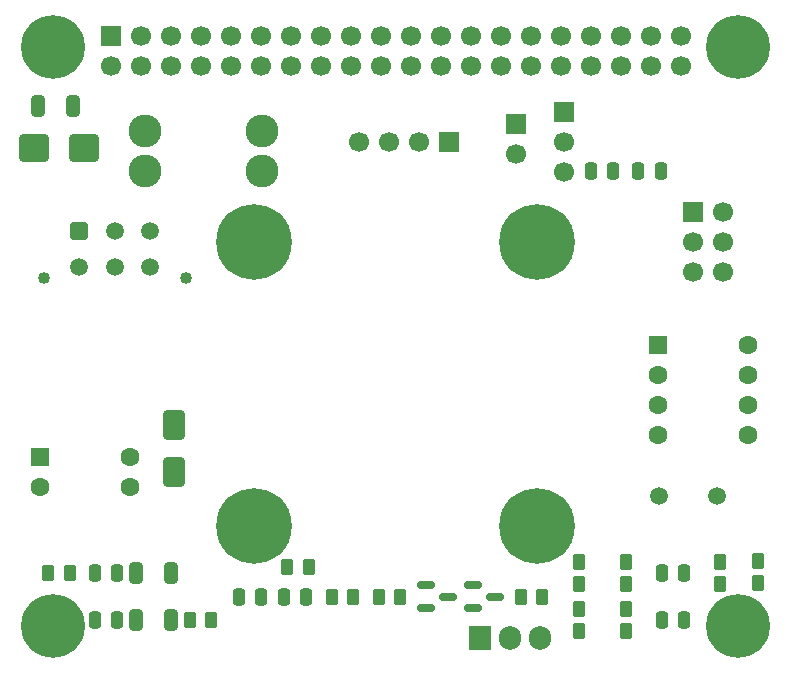
<source format=gbs>
%TF.GenerationSoftware,KiCad,Pcbnew,9.0.7*%
%TF.CreationDate,2026-02-04T17:23:19-06:00*%
%TF.ProjectId,power-hat,706f7765-722d-4686-9174-2e6b69636164,rev?*%
%TF.SameCoordinates,Original*%
%TF.FileFunction,Soldermask,Bot*%
%TF.FilePolarity,Negative*%
%FSLAX46Y46*%
G04 Gerber Fmt 4.6, Leading zero omitted, Abs format (unit mm)*
G04 Created by KiCad (PCBNEW 9.0.7) date 2026-02-04 17:23:19*
%MOMM*%
%LPD*%
G01*
G04 APERTURE LIST*
G04 Aperture macros list*
%AMRoundRect*
0 Rectangle with rounded corners*
0 $1 Rounding radius*
0 $2 $3 $4 $5 $6 $7 $8 $9 X,Y pos of 4 corners*
0 Add a 4 corners polygon primitive as box body*
4,1,4,$2,$3,$4,$5,$6,$7,$8,$9,$2,$3,0*
0 Add four circle primitives for the rounded corners*
1,1,$1+$1,$2,$3*
1,1,$1+$1,$4,$5*
1,1,$1+$1,$6,$7*
1,1,$1+$1,$8,$9*
0 Add four rect primitives between the rounded corners*
20,1,$1+$1,$2,$3,$4,$5,0*
20,1,$1+$1,$4,$5,$6,$7,0*
20,1,$1+$1,$6,$7,$8,$9,0*
20,1,$1+$1,$8,$9,$2,$3,0*%
G04 Aperture macros list end*
%ADD10C,5.400000*%
%ADD11R,1.700000X1.700000*%
%ADD12C,1.700000*%
%ADD13C,6.400000*%
%ADD14C,1.500000*%
%ADD15C,2.780000*%
%ADD16R,1.905000X2.000000*%
%ADD17O,1.905000X2.000000*%
%ADD18RoundRect,0.250000X-0.550000X-0.550000X0.550000X-0.550000X0.550000X0.550000X-0.550000X0.550000X0*%
%ADD19C,1.600000*%
%ADD20C,1.020000*%
%ADD21RoundRect,0.250001X-0.499999X-0.499999X0.499999X-0.499999X0.499999X0.499999X-0.499999X0.499999X0*%
%ADD22RoundRect,0.250000X-0.650000X1.000000X-0.650000X-1.000000X0.650000X-1.000000X0.650000X1.000000X0*%
%ADD23RoundRect,0.250000X-0.262500X-0.450000X0.262500X-0.450000X0.262500X0.450000X-0.262500X0.450000X0*%
%ADD24RoundRect,0.250000X-0.250000X-0.475000X0.250000X-0.475000X0.250000X0.475000X-0.250000X0.475000X0*%
%ADD25RoundRect,0.250000X-0.325000X-0.650000X0.325000X-0.650000X0.325000X0.650000X-0.325000X0.650000X0*%
%ADD26RoundRect,0.250000X-1.000000X-0.900000X1.000000X-0.900000X1.000000X0.900000X-1.000000X0.900000X0*%
%ADD27RoundRect,0.150000X-0.587500X-0.150000X0.587500X-0.150000X0.587500X0.150000X-0.587500X0.150000X0*%
G04 APERTURE END LIST*
D10*
%TO.C,H1*%
X99280000Y-57500000D03*
%TD*%
%TO.C,H2*%
X157280000Y-57500000D03*
%TD*%
D11*
%TO.C,J3*%
X153500000Y-71420000D03*
D12*
X156040000Y-71420000D03*
X153500000Y-73960000D03*
X156040000Y-73960000D03*
X153500000Y-76500000D03*
X156040000Y-76500000D03*
%TD*%
D10*
%TO.C,H3*%
X99280000Y-106500000D03*
%TD*%
D11*
%TO.C,JP1*%
X138500000Y-64000000D03*
D12*
X138500000Y-66540000D03*
%TD*%
D10*
%TO.C,H4*%
X157280000Y-106500000D03*
%TD*%
D13*
%TO.C,FH1*%
X116280000Y-74000000D03*
%TD*%
D14*
%TO.C,Y1*%
X150620000Y-95500000D03*
X155500000Y-95500000D03*
%TD*%
D13*
%TO.C,FH2*%
X140280000Y-74000000D03*
%TD*%
D15*
%TO.C,F1*%
X107040000Y-64600000D03*
X107040000Y-68000000D03*
X116960000Y-64600000D03*
X116960000Y-68000000D03*
%TD*%
D11*
%TO.C,J2*%
X104209500Y-56567700D03*
D12*
X104209500Y-59107700D03*
X106749500Y-56567700D03*
X106749500Y-59107700D03*
X109289500Y-56567700D03*
X109289500Y-59107700D03*
X111829500Y-56567700D03*
X111829500Y-59107700D03*
X114369500Y-56567700D03*
X114369500Y-59107700D03*
X116909500Y-56567700D03*
X116909500Y-59107700D03*
X119449500Y-56567700D03*
X119449500Y-59107700D03*
X121989500Y-56567700D03*
X121989500Y-59107700D03*
X124529500Y-56567700D03*
X124529500Y-59107700D03*
X127069500Y-56567700D03*
X127069500Y-59107700D03*
X129609500Y-56567700D03*
X129609500Y-59107700D03*
X132149500Y-56567700D03*
X132149500Y-59107700D03*
X134689500Y-56567700D03*
X134689500Y-59107700D03*
X137229500Y-56567700D03*
X137229500Y-59107700D03*
X139769500Y-56567700D03*
X139769500Y-59107700D03*
X142309500Y-56567700D03*
X142309500Y-59107700D03*
X144849500Y-56567700D03*
X144849500Y-59107700D03*
X147389500Y-56567700D03*
X147389500Y-59107700D03*
X149929500Y-56567700D03*
X149929500Y-59107700D03*
X152469500Y-56567700D03*
X152469500Y-59107700D03*
%TD*%
D13*
%TO.C,FH3*%
X116280000Y-98000000D03*
%TD*%
%TO.C,FH4*%
X140280000Y-98000000D03*
%TD*%
D11*
%TO.C,JP2*%
X142500000Y-63000000D03*
D12*
X142500000Y-65540000D03*
X142500000Y-68080000D03*
%TD*%
D16*
%TO.C,Q1*%
X135420000Y-107500000D03*
D17*
X137960000Y-107500000D03*
X140500000Y-107500000D03*
%TD*%
D11*
%TO.C,J4*%
X132810000Y-65500000D03*
D12*
X130270000Y-65500000D03*
X127730000Y-65500000D03*
X125190000Y-65500000D03*
%TD*%
D18*
%TO.C,U3*%
X150500000Y-82690000D03*
D19*
X150500000Y-85230000D03*
X150500000Y-87770000D03*
X150500000Y-90310000D03*
X158120000Y-90310000D03*
X158120000Y-87770000D03*
X158120000Y-85230000D03*
X158120000Y-82690000D03*
%TD*%
D20*
%TO.C,J1*%
X98500000Y-77000000D03*
X110500000Y-77000000D03*
D21*
X101500000Y-73060000D03*
D14*
X104500000Y-73060000D03*
X107500000Y-73060000D03*
X101500000Y-76060000D03*
X104500000Y-76060000D03*
X107500000Y-76060000D03*
%TD*%
D18*
%TO.C,U2*%
X98195000Y-92225000D03*
D19*
X98195000Y-94765000D03*
X105815000Y-94765000D03*
X105815000Y-92225000D03*
%TD*%
D22*
%TO.C,D2*%
X109500000Y-89500000D03*
X109500000Y-93500000D03*
%TD*%
D23*
%TO.C,R2*%
X147780000Y-106912500D03*
X147780000Y-105087500D03*
%TD*%
%TO.C,R3*%
X110867500Y-106000000D03*
X112692500Y-106000000D03*
%TD*%
D24*
%TO.C,C1*%
X102830000Y-106000000D03*
X104730000Y-106000000D03*
%TD*%
D25*
%TO.C,C9*%
X98000000Y-62500000D03*
X100950000Y-62500000D03*
%TD*%
D24*
%TO.C,C4*%
X148830000Y-68000000D03*
X150730000Y-68000000D03*
%TD*%
%TO.C,C_BOOT1*%
X102830000Y-102000000D03*
X104730000Y-102000000D03*
%TD*%
D23*
%TO.C,R1*%
X147780000Y-102912500D03*
X147780000Y-101087500D03*
%TD*%
D26*
%TO.C,D1*%
X97630000Y-66000000D03*
X101930000Y-66000000D03*
%TD*%
D23*
%TO.C,R5*%
X143780000Y-106912500D03*
X143780000Y-105087500D03*
%TD*%
D24*
%TO.C,C5*%
X150830000Y-102000000D03*
X152730000Y-102000000D03*
%TD*%
D25*
%TO.C,C2*%
X106305000Y-106000000D03*
X109255000Y-106000000D03*
%TD*%
D23*
%TO.C,R7*%
X159000000Y-102825000D03*
X159000000Y-101000000D03*
%TD*%
%TO.C,R9*%
X126867500Y-104000000D03*
X128692500Y-104000000D03*
%TD*%
D27*
%TO.C,Q3*%
X134842500Y-103050000D03*
X134842500Y-104950000D03*
X136717500Y-104000000D03*
%TD*%
D23*
%TO.C,R10*%
X138867500Y-104000000D03*
X140692500Y-104000000D03*
%TD*%
%TO.C,R_RT1*%
X98867500Y-102000000D03*
X100692500Y-102000000D03*
%TD*%
D24*
%TO.C,C3*%
X144830000Y-68000000D03*
X146730000Y-68000000D03*
%TD*%
D23*
%TO.C,R6*%
X155780000Y-102912500D03*
X155780000Y-101087500D03*
%TD*%
%TO.C,R4*%
X143780000Y-102912500D03*
X143780000Y-101087500D03*
%TD*%
D25*
%TO.C,C8*%
X106305000Y-102000000D03*
X109255000Y-102000000D03*
%TD*%
D27*
%TO.C,Q2*%
X130842500Y-103050000D03*
X130842500Y-104950000D03*
X132717500Y-104000000D03*
%TD*%
D24*
%TO.C,C6*%
X150830000Y-106000000D03*
X152730000Y-106000000D03*
%TD*%
%TO.C,C7*%
X115000000Y-104000000D03*
X116900000Y-104000000D03*
%TD*%
D23*
%TO.C,R8*%
X122867500Y-104000000D03*
X124692500Y-104000000D03*
%TD*%
D24*
%TO.C,C_COMP1*%
X118830000Y-104000000D03*
X120730000Y-104000000D03*
%TD*%
D23*
%TO.C,R_COMP1*%
X119087500Y-101500000D03*
X120912500Y-101500000D03*
%TD*%
M02*

</source>
